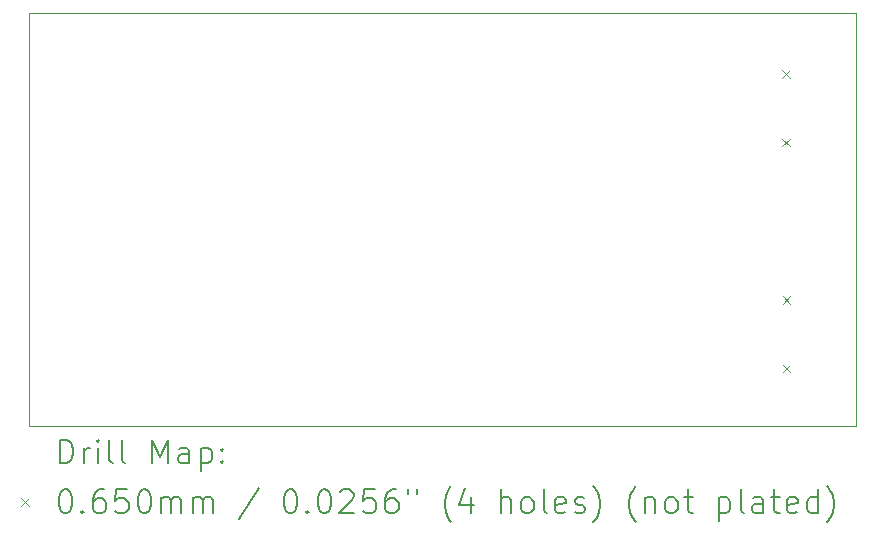
<source format=gbr>
%TF.GenerationSoftware,KiCad,Pcbnew,8.0.3*%
%TF.CreationDate,2024-07-01T21:17:27+08:00*%
%TF.ProjectId,PD board,50442062-6f61-4726-942e-6b696361645f,rev?*%
%TF.SameCoordinates,Original*%
%TF.FileFunction,Drillmap*%
%TF.FilePolarity,Positive*%
%FSLAX45Y45*%
G04 Gerber Fmt 4.5, Leading zero omitted, Abs format (unit mm)*
G04 Created by KiCad (PCBNEW 8.0.3) date 2024-07-01 21:17:27*
%MOMM*%
%LPD*%
G01*
G04 APERTURE LIST*
%ADD10C,0.050000*%
%ADD11C,0.200000*%
%ADD12C,0.100000*%
G04 APERTURE END LIST*
D10*
X5000000Y-5000000D02*
X12000000Y-5000000D01*
X12000000Y-8500000D01*
X5000000Y-8500000D01*
X5000000Y-5000000D01*
D11*
D12*
X11375500Y-5486500D02*
X11440500Y-5551500D01*
X11440500Y-5486500D02*
X11375500Y-5551500D01*
X11375500Y-6064500D02*
X11440500Y-6129500D01*
X11440500Y-6064500D02*
X11375500Y-6129500D01*
X11377000Y-7398500D02*
X11442000Y-7463500D01*
X11442000Y-7398500D02*
X11377000Y-7463500D01*
X11377000Y-7976500D02*
X11442000Y-8041500D01*
X11442000Y-7976500D02*
X11377000Y-8041500D01*
D11*
X5258277Y-8813984D02*
X5258277Y-8613984D01*
X5258277Y-8613984D02*
X5305896Y-8613984D01*
X5305896Y-8613984D02*
X5334467Y-8623508D01*
X5334467Y-8623508D02*
X5353515Y-8642555D01*
X5353515Y-8642555D02*
X5363039Y-8661603D01*
X5363039Y-8661603D02*
X5372563Y-8699698D01*
X5372563Y-8699698D02*
X5372563Y-8728270D01*
X5372563Y-8728270D02*
X5363039Y-8766365D01*
X5363039Y-8766365D02*
X5353515Y-8785412D01*
X5353515Y-8785412D02*
X5334467Y-8804460D01*
X5334467Y-8804460D02*
X5305896Y-8813984D01*
X5305896Y-8813984D02*
X5258277Y-8813984D01*
X5458277Y-8813984D02*
X5458277Y-8680650D01*
X5458277Y-8718746D02*
X5467801Y-8699698D01*
X5467801Y-8699698D02*
X5477324Y-8690174D01*
X5477324Y-8690174D02*
X5496372Y-8680650D01*
X5496372Y-8680650D02*
X5515420Y-8680650D01*
X5582086Y-8813984D02*
X5582086Y-8680650D01*
X5582086Y-8613984D02*
X5572563Y-8623508D01*
X5572563Y-8623508D02*
X5582086Y-8633031D01*
X5582086Y-8633031D02*
X5591610Y-8623508D01*
X5591610Y-8623508D02*
X5582086Y-8613984D01*
X5582086Y-8613984D02*
X5582086Y-8633031D01*
X5705896Y-8813984D02*
X5686848Y-8804460D01*
X5686848Y-8804460D02*
X5677324Y-8785412D01*
X5677324Y-8785412D02*
X5677324Y-8613984D01*
X5810658Y-8813984D02*
X5791610Y-8804460D01*
X5791610Y-8804460D02*
X5782086Y-8785412D01*
X5782086Y-8785412D02*
X5782086Y-8613984D01*
X6039229Y-8813984D02*
X6039229Y-8613984D01*
X6039229Y-8613984D02*
X6105896Y-8756841D01*
X6105896Y-8756841D02*
X6172562Y-8613984D01*
X6172562Y-8613984D02*
X6172562Y-8813984D01*
X6353515Y-8813984D02*
X6353515Y-8709222D01*
X6353515Y-8709222D02*
X6343991Y-8690174D01*
X6343991Y-8690174D02*
X6324943Y-8680650D01*
X6324943Y-8680650D02*
X6286848Y-8680650D01*
X6286848Y-8680650D02*
X6267801Y-8690174D01*
X6353515Y-8804460D02*
X6334467Y-8813984D01*
X6334467Y-8813984D02*
X6286848Y-8813984D01*
X6286848Y-8813984D02*
X6267801Y-8804460D01*
X6267801Y-8804460D02*
X6258277Y-8785412D01*
X6258277Y-8785412D02*
X6258277Y-8766365D01*
X6258277Y-8766365D02*
X6267801Y-8747317D01*
X6267801Y-8747317D02*
X6286848Y-8737793D01*
X6286848Y-8737793D02*
X6334467Y-8737793D01*
X6334467Y-8737793D02*
X6353515Y-8728270D01*
X6448753Y-8680650D02*
X6448753Y-8880650D01*
X6448753Y-8690174D02*
X6467801Y-8680650D01*
X6467801Y-8680650D02*
X6505896Y-8680650D01*
X6505896Y-8680650D02*
X6524943Y-8690174D01*
X6524943Y-8690174D02*
X6534467Y-8699698D01*
X6534467Y-8699698D02*
X6543991Y-8718746D01*
X6543991Y-8718746D02*
X6543991Y-8775889D01*
X6543991Y-8775889D02*
X6534467Y-8794936D01*
X6534467Y-8794936D02*
X6524943Y-8804460D01*
X6524943Y-8804460D02*
X6505896Y-8813984D01*
X6505896Y-8813984D02*
X6467801Y-8813984D01*
X6467801Y-8813984D02*
X6448753Y-8804460D01*
X6629705Y-8794936D02*
X6639229Y-8804460D01*
X6639229Y-8804460D02*
X6629705Y-8813984D01*
X6629705Y-8813984D02*
X6620182Y-8804460D01*
X6620182Y-8804460D02*
X6629705Y-8794936D01*
X6629705Y-8794936D02*
X6629705Y-8813984D01*
X6629705Y-8690174D02*
X6639229Y-8699698D01*
X6639229Y-8699698D02*
X6629705Y-8709222D01*
X6629705Y-8709222D02*
X6620182Y-8699698D01*
X6620182Y-8699698D02*
X6629705Y-8690174D01*
X6629705Y-8690174D02*
X6629705Y-8709222D01*
D12*
X4932500Y-9110000D02*
X4997500Y-9175000D01*
X4997500Y-9110000D02*
X4932500Y-9175000D01*
D11*
X5296372Y-9033984D02*
X5315420Y-9033984D01*
X5315420Y-9033984D02*
X5334467Y-9043508D01*
X5334467Y-9043508D02*
X5343991Y-9053031D01*
X5343991Y-9053031D02*
X5353515Y-9072079D01*
X5353515Y-9072079D02*
X5363039Y-9110174D01*
X5363039Y-9110174D02*
X5363039Y-9157793D01*
X5363039Y-9157793D02*
X5353515Y-9195889D01*
X5353515Y-9195889D02*
X5343991Y-9214936D01*
X5343991Y-9214936D02*
X5334467Y-9224460D01*
X5334467Y-9224460D02*
X5315420Y-9233984D01*
X5315420Y-9233984D02*
X5296372Y-9233984D01*
X5296372Y-9233984D02*
X5277324Y-9224460D01*
X5277324Y-9224460D02*
X5267801Y-9214936D01*
X5267801Y-9214936D02*
X5258277Y-9195889D01*
X5258277Y-9195889D02*
X5248753Y-9157793D01*
X5248753Y-9157793D02*
X5248753Y-9110174D01*
X5248753Y-9110174D02*
X5258277Y-9072079D01*
X5258277Y-9072079D02*
X5267801Y-9053031D01*
X5267801Y-9053031D02*
X5277324Y-9043508D01*
X5277324Y-9043508D02*
X5296372Y-9033984D01*
X5448753Y-9214936D02*
X5458277Y-9224460D01*
X5458277Y-9224460D02*
X5448753Y-9233984D01*
X5448753Y-9233984D02*
X5439229Y-9224460D01*
X5439229Y-9224460D02*
X5448753Y-9214936D01*
X5448753Y-9214936D02*
X5448753Y-9233984D01*
X5629705Y-9033984D02*
X5591610Y-9033984D01*
X5591610Y-9033984D02*
X5572563Y-9043508D01*
X5572563Y-9043508D02*
X5563039Y-9053031D01*
X5563039Y-9053031D02*
X5543991Y-9081603D01*
X5543991Y-9081603D02*
X5534467Y-9119698D01*
X5534467Y-9119698D02*
X5534467Y-9195889D01*
X5534467Y-9195889D02*
X5543991Y-9214936D01*
X5543991Y-9214936D02*
X5553515Y-9224460D01*
X5553515Y-9224460D02*
X5572563Y-9233984D01*
X5572563Y-9233984D02*
X5610658Y-9233984D01*
X5610658Y-9233984D02*
X5629705Y-9224460D01*
X5629705Y-9224460D02*
X5639229Y-9214936D01*
X5639229Y-9214936D02*
X5648753Y-9195889D01*
X5648753Y-9195889D02*
X5648753Y-9148270D01*
X5648753Y-9148270D02*
X5639229Y-9129222D01*
X5639229Y-9129222D02*
X5629705Y-9119698D01*
X5629705Y-9119698D02*
X5610658Y-9110174D01*
X5610658Y-9110174D02*
X5572563Y-9110174D01*
X5572563Y-9110174D02*
X5553515Y-9119698D01*
X5553515Y-9119698D02*
X5543991Y-9129222D01*
X5543991Y-9129222D02*
X5534467Y-9148270D01*
X5829705Y-9033984D02*
X5734467Y-9033984D01*
X5734467Y-9033984D02*
X5724943Y-9129222D01*
X5724943Y-9129222D02*
X5734467Y-9119698D01*
X5734467Y-9119698D02*
X5753515Y-9110174D01*
X5753515Y-9110174D02*
X5801134Y-9110174D01*
X5801134Y-9110174D02*
X5820182Y-9119698D01*
X5820182Y-9119698D02*
X5829705Y-9129222D01*
X5829705Y-9129222D02*
X5839229Y-9148270D01*
X5839229Y-9148270D02*
X5839229Y-9195889D01*
X5839229Y-9195889D02*
X5829705Y-9214936D01*
X5829705Y-9214936D02*
X5820182Y-9224460D01*
X5820182Y-9224460D02*
X5801134Y-9233984D01*
X5801134Y-9233984D02*
X5753515Y-9233984D01*
X5753515Y-9233984D02*
X5734467Y-9224460D01*
X5734467Y-9224460D02*
X5724943Y-9214936D01*
X5963039Y-9033984D02*
X5982086Y-9033984D01*
X5982086Y-9033984D02*
X6001134Y-9043508D01*
X6001134Y-9043508D02*
X6010658Y-9053031D01*
X6010658Y-9053031D02*
X6020182Y-9072079D01*
X6020182Y-9072079D02*
X6029705Y-9110174D01*
X6029705Y-9110174D02*
X6029705Y-9157793D01*
X6029705Y-9157793D02*
X6020182Y-9195889D01*
X6020182Y-9195889D02*
X6010658Y-9214936D01*
X6010658Y-9214936D02*
X6001134Y-9224460D01*
X6001134Y-9224460D02*
X5982086Y-9233984D01*
X5982086Y-9233984D02*
X5963039Y-9233984D01*
X5963039Y-9233984D02*
X5943991Y-9224460D01*
X5943991Y-9224460D02*
X5934467Y-9214936D01*
X5934467Y-9214936D02*
X5924943Y-9195889D01*
X5924943Y-9195889D02*
X5915420Y-9157793D01*
X5915420Y-9157793D02*
X5915420Y-9110174D01*
X5915420Y-9110174D02*
X5924943Y-9072079D01*
X5924943Y-9072079D02*
X5934467Y-9053031D01*
X5934467Y-9053031D02*
X5943991Y-9043508D01*
X5943991Y-9043508D02*
X5963039Y-9033984D01*
X6115420Y-9233984D02*
X6115420Y-9100650D01*
X6115420Y-9119698D02*
X6124943Y-9110174D01*
X6124943Y-9110174D02*
X6143991Y-9100650D01*
X6143991Y-9100650D02*
X6172563Y-9100650D01*
X6172563Y-9100650D02*
X6191610Y-9110174D01*
X6191610Y-9110174D02*
X6201134Y-9129222D01*
X6201134Y-9129222D02*
X6201134Y-9233984D01*
X6201134Y-9129222D02*
X6210658Y-9110174D01*
X6210658Y-9110174D02*
X6229705Y-9100650D01*
X6229705Y-9100650D02*
X6258277Y-9100650D01*
X6258277Y-9100650D02*
X6277324Y-9110174D01*
X6277324Y-9110174D02*
X6286848Y-9129222D01*
X6286848Y-9129222D02*
X6286848Y-9233984D01*
X6382086Y-9233984D02*
X6382086Y-9100650D01*
X6382086Y-9119698D02*
X6391610Y-9110174D01*
X6391610Y-9110174D02*
X6410658Y-9100650D01*
X6410658Y-9100650D02*
X6439229Y-9100650D01*
X6439229Y-9100650D02*
X6458277Y-9110174D01*
X6458277Y-9110174D02*
X6467801Y-9129222D01*
X6467801Y-9129222D02*
X6467801Y-9233984D01*
X6467801Y-9129222D02*
X6477324Y-9110174D01*
X6477324Y-9110174D02*
X6496372Y-9100650D01*
X6496372Y-9100650D02*
X6524943Y-9100650D01*
X6524943Y-9100650D02*
X6543991Y-9110174D01*
X6543991Y-9110174D02*
X6553515Y-9129222D01*
X6553515Y-9129222D02*
X6553515Y-9233984D01*
X6943991Y-9024460D02*
X6772563Y-9281603D01*
X7201134Y-9033984D02*
X7220182Y-9033984D01*
X7220182Y-9033984D02*
X7239229Y-9043508D01*
X7239229Y-9043508D02*
X7248753Y-9053031D01*
X7248753Y-9053031D02*
X7258277Y-9072079D01*
X7258277Y-9072079D02*
X7267801Y-9110174D01*
X7267801Y-9110174D02*
X7267801Y-9157793D01*
X7267801Y-9157793D02*
X7258277Y-9195889D01*
X7258277Y-9195889D02*
X7248753Y-9214936D01*
X7248753Y-9214936D02*
X7239229Y-9224460D01*
X7239229Y-9224460D02*
X7220182Y-9233984D01*
X7220182Y-9233984D02*
X7201134Y-9233984D01*
X7201134Y-9233984D02*
X7182086Y-9224460D01*
X7182086Y-9224460D02*
X7172563Y-9214936D01*
X7172563Y-9214936D02*
X7163039Y-9195889D01*
X7163039Y-9195889D02*
X7153515Y-9157793D01*
X7153515Y-9157793D02*
X7153515Y-9110174D01*
X7153515Y-9110174D02*
X7163039Y-9072079D01*
X7163039Y-9072079D02*
X7172563Y-9053031D01*
X7172563Y-9053031D02*
X7182086Y-9043508D01*
X7182086Y-9043508D02*
X7201134Y-9033984D01*
X7353515Y-9214936D02*
X7363039Y-9224460D01*
X7363039Y-9224460D02*
X7353515Y-9233984D01*
X7353515Y-9233984D02*
X7343991Y-9224460D01*
X7343991Y-9224460D02*
X7353515Y-9214936D01*
X7353515Y-9214936D02*
X7353515Y-9233984D01*
X7486848Y-9033984D02*
X7505896Y-9033984D01*
X7505896Y-9033984D02*
X7524944Y-9043508D01*
X7524944Y-9043508D02*
X7534467Y-9053031D01*
X7534467Y-9053031D02*
X7543991Y-9072079D01*
X7543991Y-9072079D02*
X7553515Y-9110174D01*
X7553515Y-9110174D02*
X7553515Y-9157793D01*
X7553515Y-9157793D02*
X7543991Y-9195889D01*
X7543991Y-9195889D02*
X7534467Y-9214936D01*
X7534467Y-9214936D02*
X7524944Y-9224460D01*
X7524944Y-9224460D02*
X7505896Y-9233984D01*
X7505896Y-9233984D02*
X7486848Y-9233984D01*
X7486848Y-9233984D02*
X7467801Y-9224460D01*
X7467801Y-9224460D02*
X7458277Y-9214936D01*
X7458277Y-9214936D02*
X7448753Y-9195889D01*
X7448753Y-9195889D02*
X7439229Y-9157793D01*
X7439229Y-9157793D02*
X7439229Y-9110174D01*
X7439229Y-9110174D02*
X7448753Y-9072079D01*
X7448753Y-9072079D02*
X7458277Y-9053031D01*
X7458277Y-9053031D02*
X7467801Y-9043508D01*
X7467801Y-9043508D02*
X7486848Y-9033984D01*
X7629706Y-9053031D02*
X7639229Y-9043508D01*
X7639229Y-9043508D02*
X7658277Y-9033984D01*
X7658277Y-9033984D02*
X7705896Y-9033984D01*
X7705896Y-9033984D02*
X7724944Y-9043508D01*
X7724944Y-9043508D02*
X7734467Y-9053031D01*
X7734467Y-9053031D02*
X7743991Y-9072079D01*
X7743991Y-9072079D02*
X7743991Y-9091127D01*
X7743991Y-9091127D02*
X7734467Y-9119698D01*
X7734467Y-9119698D02*
X7620182Y-9233984D01*
X7620182Y-9233984D02*
X7743991Y-9233984D01*
X7924944Y-9033984D02*
X7829706Y-9033984D01*
X7829706Y-9033984D02*
X7820182Y-9129222D01*
X7820182Y-9129222D02*
X7829706Y-9119698D01*
X7829706Y-9119698D02*
X7848753Y-9110174D01*
X7848753Y-9110174D02*
X7896372Y-9110174D01*
X7896372Y-9110174D02*
X7915420Y-9119698D01*
X7915420Y-9119698D02*
X7924944Y-9129222D01*
X7924944Y-9129222D02*
X7934467Y-9148270D01*
X7934467Y-9148270D02*
X7934467Y-9195889D01*
X7934467Y-9195889D02*
X7924944Y-9214936D01*
X7924944Y-9214936D02*
X7915420Y-9224460D01*
X7915420Y-9224460D02*
X7896372Y-9233984D01*
X7896372Y-9233984D02*
X7848753Y-9233984D01*
X7848753Y-9233984D02*
X7829706Y-9224460D01*
X7829706Y-9224460D02*
X7820182Y-9214936D01*
X8105896Y-9033984D02*
X8067801Y-9033984D01*
X8067801Y-9033984D02*
X8048753Y-9043508D01*
X8048753Y-9043508D02*
X8039229Y-9053031D01*
X8039229Y-9053031D02*
X8020182Y-9081603D01*
X8020182Y-9081603D02*
X8010658Y-9119698D01*
X8010658Y-9119698D02*
X8010658Y-9195889D01*
X8010658Y-9195889D02*
X8020182Y-9214936D01*
X8020182Y-9214936D02*
X8029706Y-9224460D01*
X8029706Y-9224460D02*
X8048753Y-9233984D01*
X8048753Y-9233984D02*
X8086848Y-9233984D01*
X8086848Y-9233984D02*
X8105896Y-9224460D01*
X8105896Y-9224460D02*
X8115420Y-9214936D01*
X8115420Y-9214936D02*
X8124944Y-9195889D01*
X8124944Y-9195889D02*
X8124944Y-9148270D01*
X8124944Y-9148270D02*
X8115420Y-9129222D01*
X8115420Y-9129222D02*
X8105896Y-9119698D01*
X8105896Y-9119698D02*
X8086848Y-9110174D01*
X8086848Y-9110174D02*
X8048753Y-9110174D01*
X8048753Y-9110174D02*
X8029706Y-9119698D01*
X8029706Y-9119698D02*
X8020182Y-9129222D01*
X8020182Y-9129222D02*
X8010658Y-9148270D01*
X8201134Y-9033984D02*
X8201134Y-9072079D01*
X8277325Y-9033984D02*
X8277325Y-9072079D01*
X8572563Y-9310174D02*
X8563039Y-9300650D01*
X8563039Y-9300650D02*
X8543991Y-9272079D01*
X8543991Y-9272079D02*
X8534468Y-9253031D01*
X8534468Y-9253031D02*
X8524944Y-9224460D01*
X8524944Y-9224460D02*
X8515420Y-9176841D01*
X8515420Y-9176841D02*
X8515420Y-9138746D01*
X8515420Y-9138746D02*
X8524944Y-9091127D01*
X8524944Y-9091127D02*
X8534468Y-9062555D01*
X8534468Y-9062555D02*
X8543991Y-9043508D01*
X8543991Y-9043508D02*
X8563039Y-9014936D01*
X8563039Y-9014936D02*
X8572563Y-9005412D01*
X8734468Y-9100650D02*
X8734468Y-9233984D01*
X8686849Y-9024460D02*
X8639230Y-9167317D01*
X8639230Y-9167317D02*
X8763039Y-9167317D01*
X8991611Y-9233984D02*
X8991611Y-9033984D01*
X9077325Y-9233984D02*
X9077325Y-9129222D01*
X9077325Y-9129222D02*
X9067801Y-9110174D01*
X9067801Y-9110174D02*
X9048753Y-9100650D01*
X9048753Y-9100650D02*
X9020182Y-9100650D01*
X9020182Y-9100650D02*
X9001134Y-9110174D01*
X9001134Y-9110174D02*
X8991611Y-9119698D01*
X9201134Y-9233984D02*
X9182087Y-9224460D01*
X9182087Y-9224460D02*
X9172563Y-9214936D01*
X9172563Y-9214936D02*
X9163039Y-9195889D01*
X9163039Y-9195889D02*
X9163039Y-9138746D01*
X9163039Y-9138746D02*
X9172563Y-9119698D01*
X9172563Y-9119698D02*
X9182087Y-9110174D01*
X9182087Y-9110174D02*
X9201134Y-9100650D01*
X9201134Y-9100650D02*
X9229706Y-9100650D01*
X9229706Y-9100650D02*
X9248753Y-9110174D01*
X9248753Y-9110174D02*
X9258277Y-9119698D01*
X9258277Y-9119698D02*
X9267801Y-9138746D01*
X9267801Y-9138746D02*
X9267801Y-9195889D01*
X9267801Y-9195889D02*
X9258277Y-9214936D01*
X9258277Y-9214936D02*
X9248753Y-9224460D01*
X9248753Y-9224460D02*
X9229706Y-9233984D01*
X9229706Y-9233984D02*
X9201134Y-9233984D01*
X9382087Y-9233984D02*
X9363039Y-9224460D01*
X9363039Y-9224460D02*
X9353515Y-9205412D01*
X9353515Y-9205412D02*
X9353515Y-9033984D01*
X9534468Y-9224460D02*
X9515420Y-9233984D01*
X9515420Y-9233984D02*
X9477325Y-9233984D01*
X9477325Y-9233984D02*
X9458277Y-9224460D01*
X9458277Y-9224460D02*
X9448753Y-9205412D01*
X9448753Y-9205412D02*
X9448753Y-9129222D01*
X9448753Y-9129222D02*
X9458277Y-9110174D01*
X9458277Y-9110174D02*
X9477325Y-9100650D01*
X9477325Y-9100650D02*
X9515420Y-9100650D01*
X9515420Y-9100650D02*
X9534468Y-9110174D01*
X9534468Y-9110174D02*
X9543992Y-9129222D01*
X9543992Y-9129222D02*
X9543992Y-9148270D01*
X9543992Y-9148270D02*
X9448753Y-9167317D01*
X9620182Y-9224460D02*
X9639230Y-9233984D01*
X9639230Y-9233984D02*
X9677325Y-9233984D01*
X9677325Y-9233984D02*
X9696373Y-9224460D01*
X9696373Y-9224460D02*
X9705896Y-9205412D01*
X9705896Y-9205412D02*
X9705896Y-9195889D01*
X9705896Y-9195889D02*
X9696373Y-9176841D01*
X9696373Y-9176841D02*
X9677325Y-9167317D01*
X9677325Y-9167317D02*
X9648753Y-9167317D01*
X9648753Y-9167317D02*
X9629706Y-9157793D01*
X9629706Y-9157793D02*
X9620182Y-9138746D01*
X9620182Y-9138746D02*
X9620182Y-9129222D01*
X9620182Y-9129222D02*
X9629706Y-9110174D01*
X9629706Y-9110174D02*
X9648753Y-9100650D01*
X9648753Y-9100650D02*
X9677325Y-9100650D01*
X9677325Y-9100650D02*
X9696373Y-9110174D01*
X9772563Y-9310174D02*
X9782087Y-9300650D01*
X9782087Y-9300650D02*
X9801134Y-9272079D01*
X9801134Y-9272079D02*
X9810658Y-9253031D01*
X9810658Y-9253031D02*
X9820182Y-9224460D01*
X9820182Y-9224460D02*
X9829706Y-9176841D01*
X9829706Y-9176841D02*
X9829706Y-9138746D01*
X9829706Y-9138746D02*
X9820182Y-9091127D01*
X9820182Y-9091127D02*
X9810658Y-9062555D01*
X9810658Y-9062555D02*
X9801134Y-9043508D01*
X9801134Y-9043508D02*
X9782087Y-9014936D01*
X9782087Y-9014936D02*
X9772563Y-9005412D01*
X10134468Y-9310174D02*
X10124944Y-9300650D01*
X10124944Y-9300650D02*
X10105896Y-9272079D01*
X10105896Y-9272079D02*
X10096373Y-9253031D01*
X10096373Y-9253031D02*
X10086849Y-9224460D01*
X10086849Y-9224460D02*
X10077325Y-9176841D01*
X10077325Y-9176841D02*
X10077325Y-9138746D01*
X10077325Y-9138746D02*
X10086849Y-9091127D01*
X10086849Y-9091127D02*
X10096373Y-9062555D01*
X10096373Y-9062555D02*
X10105896Y-9043508D01*
X10105896Y-9043508D02*
X10124944Y-9014936D01*
X10124944Y-9014936D02*
X10134468Y-9005412D01*
X10210658Y-9100650D02*
X10210658Y-9233984D01*
X10210658Y-9119698D02*
X10220182Y-9110174D01*
X10220182Y-9110174D02*
X10239230Y-9100650D01*
X10239230Y-9100650D02*
X10267801Y-9100650D01*
X10267801Y-9100650D02*
X10286849Y-9110174D01*
X10286849Y-9110174D02*
X10296373Y-9129222D01*
X10296373Y-9129222D02*
X10296373Y-9233984D01*
X10420182Y-9233984D02*
X10401134Y-9224460D01*
X10401134Y-9224460D02*
X10391611Y-9214936D01*
X10391611Y-9214936D02*
X10382087Y-9195889D01*
X10382087Y-9195889D02*
X10382087Y-9138746D01*
X10382087Y-9138746D02*
X10391611Y-9119698D01*
X10391611Y-9119698D02*
X10401134Y-9110174D01*
X10401134Y-9110174D02*
X10420182Y-9100650D01*
X10420182Y-9100650D02*
X10448754Y-9100650D01*
X10448754Y-9100650D02*
X10467801Y-9110174D01*
X10467801Y-9110174D02*
X10477325Y-9119698D01*
X10477325Y-9119698D02*
X10486849Y-9138746D01*
X10486849Y-9138746D02*
X10486849Y-9195889D01*
X10486849Y-9195889D02*
X10477325Y-9214936D01*
X10477325Y-9214936D02*
X10467801Y-9224460D01*
X10467801Y-9224460D02*
X10448754Y-9233984D01*
X10448754Y-9233984D02*
X10420182Y-9233984D01*
X10543992Y-9100650D02*
X10620182Y-9100650D01*
X10572563Y-9033984D02*
X10572563Y-9205412D01*
X10572563Y-9205412D02*
X10582087Y-9224460D01*
X10582087Y-9224460D02*
X10601134Y-9233984D01*
X10601134Y-9233984D02*
X10620182Y-9233984D01*
X10839230Y-9100650D02*
X10839230Y-9300650D01*
X10839230Y-9110174D02*
X10858277Y-9100650D01*
X10858277Y-9100650D02*
X10896373Y-9100650D01*
X10896373Y-9100650D02*
X10915420Y-9110174D01*
X10915420Y-9110174D02*
X10924944Y-9119698D01*
X10924944Y-9119698D02*
X10934468Y-9138746D01*
X10934468Y-9138746D02*
X10934468Y-9195889D01*
X10934468Y-9195889D02*
X10924944Y-9214936D01*
X10924944Y-9214936D02*
X10915420Y-9224460D01*
X10915420Y-9224460D02*
X10896373Y-9233984D01*
X10896373Y-9233984D02*
X10858277Y-9233984D01*
X10858277Y-9233984D02*
X10839230Y-9224460D01*
X11048754Y-9233984D02*
X11029706Y-9224460D01*
X11029706Y-9224460D02*
X11020182Y-9205412D01*
X11020182Y-9205412D02*
X11020182Y-9033984D01*
X11210658Y-9233984D02*
X11210658Y-9129222D01*
X11210658Y-9129222D02*
X11201134Y-9110174D01*
X11201134Y-9110174D02*
X11182087Y-9100650D01*
X11182087Y-9100650D02*
X11143992Y-9100650D01*
X11143992Y-9100650D02*
X11124944Y-9110174D01*
X11210658Y-9224460D02*
X11191611Y-9233984D01*
X11191611Y-9233984D02*
X11143992Y-9233984D01*
X11143992Y-9233984D02*
X11124944Y-9224460D01*
X11124944Y-9224460D02*
X11115420Y-9205412D01*
X11115420Y-9205412D02*
X11115420Y-9186365D01*
X11115420Y-9186365D02*
X11124944Y-9167317D01*
X11124944Y-9167317D02*
X11143992Y-9157793D01*
X11143992Y-9157793D02*
X11191611Y-9157793D01*
X11191611Y-9157793D02*
X11210658Y-9148270D01*
X11277325Y-9100650D02*
X11353515Y-9100650D01*
X11305896Y-9033984D02*
X11305896Y-9205412D01*
X11305896Y-9205412D02*
X11315420Y-9224460D01*
X11315420Y-9224460D02*
X11334468Y-9233984D01*
X11334468Y-9233984D02*
X11353515Y-9233984D01*
X11496373Y-9224460D02*
X11477325Y-9233984D01*
X11477325Y-9233984D02*
X11439230Y-9233984D01*
X11439230Y-9233984D02*
X11420182Y-9224460D01*
X11420182Y-9224460D02*
X11410658Y-9205412D01*
X11410658Y-9205412D02*
X11410658Y-9129222D01*
X11410658Y-9129222D02*
X11420182Y-9110174D01*
X11420182Y-9110174D02*
X11439230Y-9100650D01*
X11439230Y-9100650D02*
X11477325Y-9100650D01*
X11477325Y-9100650D02*
X11496373Y-9110174D01*
X11496373Y-9110174D02*
X11505896Y-9129222D01*
X11505896Y-9129222D02*
X11505896Y-9148270D01*
X11505896Y-9148270D02*
X11410658Y-9167317D01*
X11677325Y-9233984D02*
X11677325Y-9033984D01*
X11677325Y-9224460D02*
X11658277Y-9233984D01*
X11658277Y-9233984D02*
X11620182Y-9233984D01*
X11620182Y-9233984D02*
X11601134Y-9224460D01*
X11601134Y-9224460D02*
X11591611Y-9214936D01*
X11591611Y-9214936D02*
X11582087Y-9195889D01*
X11582087Y-9195889D02*
X11582087Y-9138746D01*
X11582087Y-9138746D02*
X11591611Y-9119698D01*
X11591611Y-9119698D02*
X11601134Y-9110174D01*
X11601134Y-9110174D02*
X11620182Y-9100650D01*
X11620182Y-9100650D02*
X11658277Y-9100650D01*
X11658277Y-9100650D02*
X11677325Y-9110174D01*
X11753515Y-9310174D02*
X11763039Y-9300650D01*
X11763039Y-9300650D02*
X11782087Y-9272079D01*
X11782087Y-9272079D02*
X11791611Y-9253031D01*
X11791611Y-9253031D02*
X11801134Y-9224460D01*
X11801134Y-9224460D02*
X11810658Y-9176841D01*
X11810658Y-9176841D02*
X11810658Y-9138746D01*
X11810658Y-9138746D02*
X11801134Y-9091127D01*
X11801134Y-9091127D02*
X11791611Y-9062555D01*
X11791611Y-9062555D02*
X11782087Y-9043508D01*
X11782087Y-9043508D02*
X11763039Y-9014936D01*
X11763039Y-9014936D02*
X11753515Y-9005412D01*
M02*

</source>
